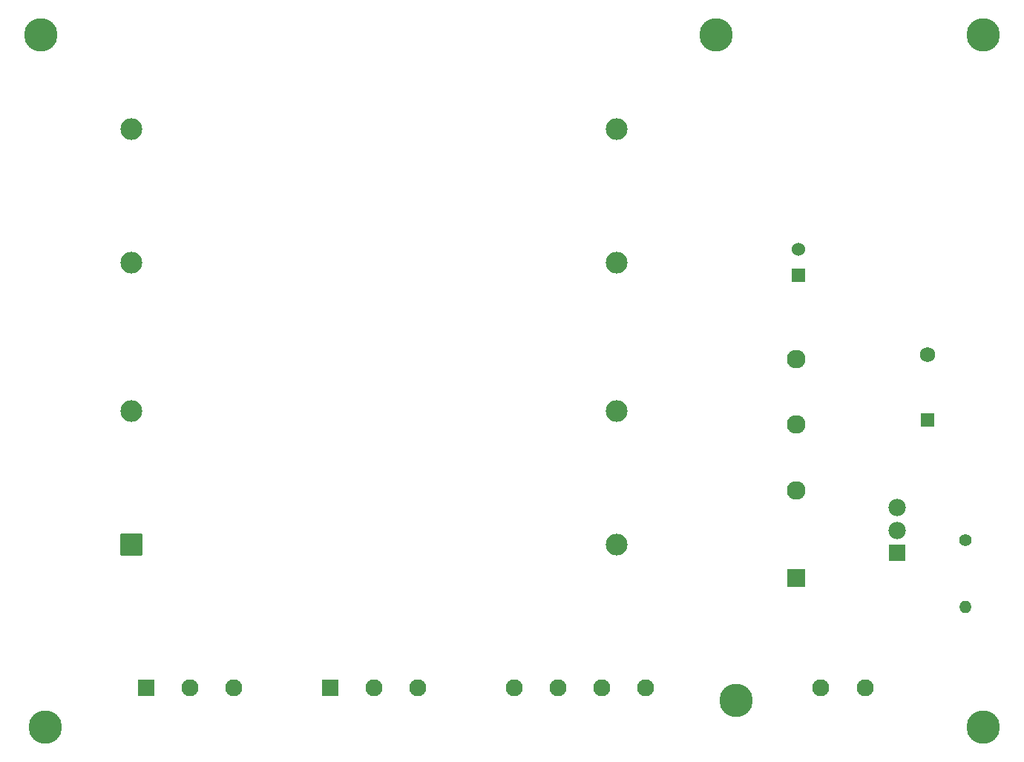
<source format=gts>
G04 #@! TF.GenerationSoftware,KiCad,Pcbnew,8.0.3*
G04 #@! TF.CreationDate,2024-07-03T00:21:58-05:00*
G04 #@! TF.ProjectId,Linear Power Supply - Summer 2024,4c696e65-6172-4205-906f-776572205375,rev?*
G04 #@! TF.SameCoordinates,Original*
G04 #@! TF.FileFunction,Soldermask,Top*
G04 #@! TF.FilePolarity,Negative*
%FSLAX46Y46*%
G04 Gerber Fmt 4.6, Leading zero omitted, Abs format (unit mm)*
G04 Created by KiCad (PCBNEW 8.0.3) date 2024-07-03 00:21:58*
%MOMM*%
%LPD*%
G01*
G04 APERTURE LIST*
G04 Aperture macros list*
%AMRoundRect*
0 Rectangle with rounded corners*
0 $1 Rounding radius*
0 $2 $3 $4 $5 $6 $7 $8 $9 X,Y pos of 4 corners*
0 Add a 4 corners polygon primitive as box body*
4,1,4,$2,$3,$4,$5,$6,$7,$8,$9,$2,$3,0*
0 Add four circle primitives for the rounded corners*
1,1,$1+$1,$2,$3*
1,1,$1+$1,$4,$5*
1,1,$1+$1,$6,$7*
1,1,$1+$1,$8,$9*
0 Add four rect primitives between the rounded corners*
20,1,$1+$1,$2,$3,$4,$5,0*
20,1,$1+$1,$4,$5,$6,$7,0*
20,1,$1+$1,$6,$7,$8,$9,0*
20,1,$1+$1,$8,$9,$2,$3,0*%
G04 Aperture macros list end*
%ADD10C,1.950000*%
%ADD11R,1.950000X1.950000*%
%ADD12C,3.800000*%
%ADD13C,1.400000*%
%ADD14O,1.400000X1.400000*%
%ADD15R,1.524000X1.524000*%
%ADD16C,1.750000*%
%ADD17C,1.524000*%
%ADD18C,2.490000*%
%ADD19RoundRect,0.102000X1.143000X-1.143000X1.143000X1.143000X-1.143000X1.143000X-1.143000X-1.143000X0*%
%ADD20C,1.980000*%
%ADD21R,1.980000X1.980000*%
%ADD22C,2.130000*%
%ADD23R,2.130000X2.130000*%
G04 APERTURE END LIST*
D10*
X146000000Y-131500000D03*
X141000000Y-131500000D03*
D11*
X136000000Y-131500000D03*
D12*
X103500000Y-135989626D03*
X210500000Y-57000000D03*
D13*
X208500000Y-114690000D03*
D14*
X208500000Y-122310000D03*
D12*
X103000000Y-57000000D03*
D15*
X204186000Y-101003700D03*
D16*
X204186000Y-93503700D03*
D15*
X189436000Y-84500000D03*
D17*
X189436000Y-81500000D03*
D18*
X168685293Y-83002993D03*
X168685293Y-67762993D03*
X168685293Y-99995593D03*
X168685293Y-115235593D03*
X113313293Y-83002993D03*
X113313293Y-67762993D03*
X113313293Y-99995593D03*
D19*
X113313293Y-115235593D03*
D12*
X182300000Y-133000000D03*
X210500000Y-136035568D03*
X180000000Y-57000000D03*
D10*
X197000000Y-131500000D03*
X192000000Y-131500000D03*
X157000000Y-131500000D03*
X162000000Y-131500000D03*
X167000000Y-131500000D03*
X172000000Y-131500000D03*
X125000000Y-131500000D03*
X120000000Y-131500000D03*
D11*
X115000000Y-131500000D03*
D20*
X200686000Y-111000000D03*
X200686000Y-113550000D03*
D21*
X200686000Y-116100000D03*
D22*
X189186000Y-94000000D03*
X189186000Y-101500000D03*
X189186000Y-109000000D03*
D23*
X189186000Y-119000000D03*
M02*

</source>
